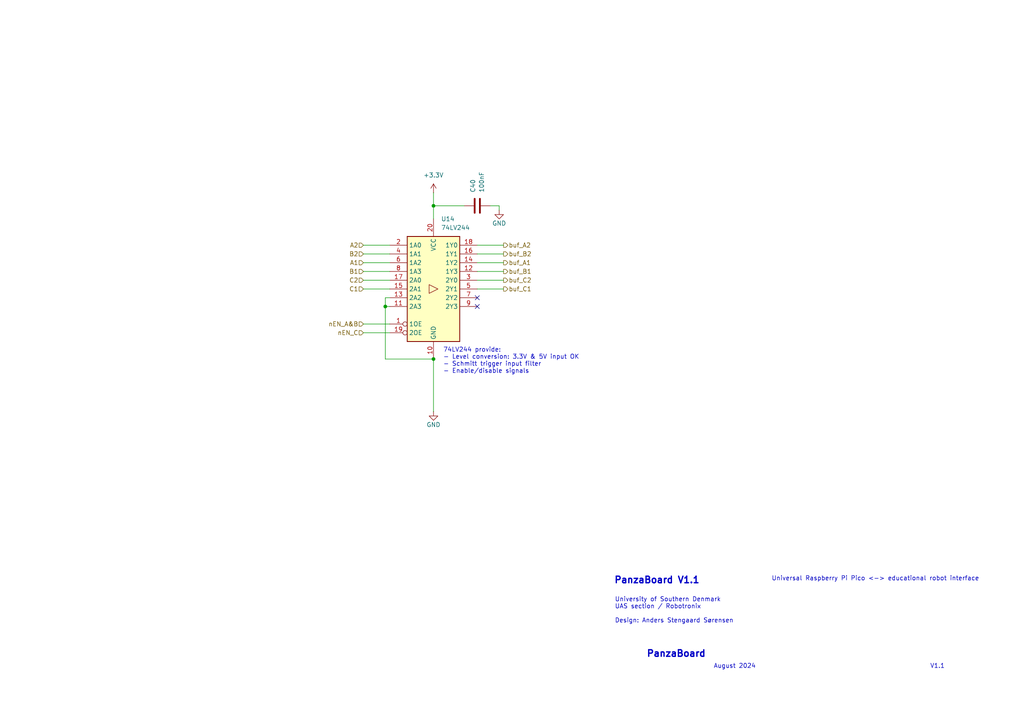
<source format=kicad_sch>
(kicad_sch (version 20231120) (generator "eeschema") (generator_version "8.0")
  (paper "A4")
  (lib_symbols
    (symbol "74xx:74HC244"
      (property "Reference" "U" (at -7.62 16.51 0))
      (property "Value" "74HC244" (at -7.62 -16.51 0))
      (symbol "74HC244_1_0"
        (polyline (pts (xy 1.27 0) (xy -1.27 1.27) (xy -1.27 -1.27) (xy 1.27 0)) (stroke (width 0.1524)))
        (pin input inverted (at -12.7 -10.16 0) (length 5.08) (name "1OE") (number "1"))
        (pin power_in line (at 0 -20.32 90) (length 5.08) (name "GND") (number "10"))
        (pin input line (at -12.7 -5.08 0) (length 5.08) (name "2A3") (number "11"))
        (pin tri_state line (at 12.7 5.08 180) (length 5.08) (name "1Y3") (number "12"))
        (pin input line (at -12.7 -2.54 0) (length 5.08) (name "2A2") (number "13"))
        (pin tri_state line (at 12.7 7.62 180) (length 5.08) (name "1Y2") (number "14"))
        (pin input line (at -12.7 0 0) (length 5.08) (name "2A1") (number "15"))
        (pin tri_state line (at 12.7 10.16 180) (length 5.08) (name "1Y1") (number "16"))
        (pin input line (at -12.7 2.54 0) (length 5.08) (name "2A0") (number "17"))
        (pin tri_state line (at 12.7 12.7 180) (length 5.08) (name "1Y0") (number "18"))
        (pin input inverted (at -12.7 -12.7 0) (length 5.08) (name "2OE") (number "19"))
        (pin input line (at -12.7 12.7 0) (length 5.08) (name "1A0") (number "2"))
        (pin power_in line (at 0 20.32 270) (length 5.08) (name "VCC") (number "20"))
        (pin tri_state line (at 12.7 2.54 180) (length 5.08) (name "2Y0") (number "3"))
        (pin input line (at -12.7 10.16 0) (length 5.08) (name "1A1") (number "4"))
        (pin tri_state line (at 12.7 0 180) (length 5.08) (name "2Y1") (number "5"))
        (pin input line (at -12.7 7.62 0) (length 5.08) (name "1A2") (number "6"))
        (pin tri_state line (at 12.7 -2.54 180) (length 5.08) (name "2Y2") (number "7"))
        (pin input line (at -12.7 5.08 0) (length 5.08) (name "1A3") (number "8"))
        (pin tri_state line (at 12.7 -5.08 180) (length 5.08) (name "2Y3") (number "9"))
      )
      (symbol "74HC244_1_1"
        (rectangle (start -7.62 15.24) (end 7.62 -15.24) (stroke (width 0.254)) (fill (type background)))
      )
    )
    (symbol "Device:C" (pin_numbers hide) (pin_names (offset 0.254))
      (property "Reference" "C" (at 0.635 2.54 0))
      (property "Value" "C" (at 0.635 -2.54 0))
      (symbol "C_0_1"
        (polyline (pts (xy -2.032 -0.762) (xy 2.032 -0.762)) (stroke (width 0.508)))
        (polyline (pts (xy -2.032 0.762) (xy 2.032 0.762)) (stroke (width 0.508)))
      )
      (symbol "C_1_1"
        (pin passive line (at 0 3.81 270) (length 2.794) (name "~") (number "1"))
        (pin passive line (at 0 -3.81 90) (length 2.794) (name "~") (number "2"))
      )
    )
    (symbol "power:+3.3V" (power) (pin_numbers hide) (pin_names (offset 0) hide)
      (property "Value" "+3.3V" (at 0 3.556 0))
      (symbol "+3.3V_0_1"
        (polyline (pts (xy -0.762 1.27) (xy 0 2.54)))
        (polyline (pts (xy 0 0) (xy 0 2.54)))
        (polyline (pts (xy 0 2.54) (xy 0.762 1.27)))
      )
      (symbol "+3.3V_1_1"
        (pin power_in line (at 0 0 90) (length 0) (name "~") (number "1"))
      )
    )
    (symbol "power:GND" (power) (pin_numbers hide) (pin_names (offset 0) hide)
      (property "Value" "GND" (at 0 -3.81 0))
      (symbol "GND_0_1"
        (polyline (pts (xy 0 0) (xy 0 -1.27) (xy 1.27 -1.27) (xy 0 -2.54) (xy -1.27 -1.27) (xy 0 -1.27)))
      )
      (symbol "GND_1_1"
        (pin power_in line (at 0 0 270) (length 0) (name "~") (number "1"))
      )
    )
  )
  (junction (at 111.76 88.9))
  (junction (at 125.73 104.14))
  (junction (at 125.73 59.69))
  (no_connect (at 138.43 86.36))
  (no_connect (at 138.43 88.9))
  (wire (pts (xy 105.41 83.82) (xy 113.03 83.82)))
  (wire (pts (xy 138.43 78.74) (xy 146.05 78.74)))
  (wire (pts (xy 113.03 86.36) (xy 111.76 86.36)))
  (wire (pts (xy 105.41 71.12) (xy 113.03 71.12)))
  (wire (pts (xy 111.76 86.36) (xy 111.76 88.9)))
  (wire (pts (xy 125.73 104.14) (xy 125.73 119.38)))
  (wire (pts (xy 105.41 96.52) (xy 113.03 96.52)))
  (wire (pts (xy 111.76 104.14) (xy 125.73 104.14)))
  (wire (pts (xy 105.41 81.28) (xy 113.03 81.28)))
  (wire (pts (xy 111.76 88.9) (xy 111.76 104.14)))
  (wire (pts (xy 113.03 88.9) (xy 111.76 88.9)))
  (wire (pts (xy 138.43 81.28) (xy 146.05 81.28)))
  (wire (pts (xy 138.43 71.12) (xy 146.05 71.12)))
  (wire (pts (xy 105.41 78.74) (xy 113.03 78.74)))
  (wire (pts (xy 125.73 59.69) (xy 134.62 59.69)))
  (wire (pts (xy 142.24 59.69) (xy 144.78 59.69)))
  (wire (pts (xy 105.41 73.66) (xy 113.03 73.66)))
  (wire (pts (xy 105.41 93.98) (xy 113.03 93.98)))
  (wire (pts (xy 125.73 59.69) (xy 125.73 63.5)))
  (wire (pts (xy 125.73 55.88) (xy 125.73 59.69)))
  (wire (pts (xy 138.43 76.2) (xy 146.05 76.2)))
  (wire (pts (xy 138.43 83.82) (xy 146.05 83.82)))
  (wire (pts (xy 138.43 73.66) (xy 146.05 73.66)))
  (wire (pts (xy 105.41 76.2) (xy 113.03 76.2)))
  (wire (pts (xy 144.78 59.69) (xy 144.78 60.96)))
  (text "University of Southern Denmark\nUAS section / Robotronix\n\nDesign: Anders Stengaard Sørensen" (at 178.308 177.038 0) (effects (font (size 1.27 1.27)) (justify left)))
  (text "PanzaBoard V1.1" (at 178.054 168.402 0) (effects (font (size 1.905 1.905) (thickness 0.381) (bold yes)) (justify left)))
  (text "Universal Raspberry Pi Pico <-> educational robot interface" (at 223.774 167.894 0) (effects (font (size 1.27 1.27)) (justify left)))
  (text "74LV244 provide:\n- Level conversion: 3.3V & 5V input OK\n- Schmitt trigger input filter\n- Enable/disable signals\n" (at 128.524 104.648 0) (effects (font (size 1.27 1.27)) (justify left)))
  (text "August 2024" (at 213.106 193.294 0) (effects (font (size 1.27 1.27))))
  (text "V1.1" (at 269.748 193.294 0) (effects (font (size 1.27 1.27)) (justify left)))
  (text "PanzaBoard" (at 187.452 189.738 0) (effects (font (size 1.905 1.905) (thickness 0.381) (bold yes)) (justify left)))
  (hierarchical_label "B1" (shape input) (at 105.41 78.74 180))
  (hierarchical_label "C1" (shape input) (at 105.41 83.82 180))
  (hierarchical_label "B2" (shape input) (at 105.41 73.66 180))
  (hierarchical_label "A1" (shape input) (at 105.41 76.2 180))
  (hierarchical_label "C2" (shape input) (at 105.41 81.28 180))
  (hierarchical_label "nEN_A&B" (shape input) (at 105.41 93.98 180))
  (hierarchical_label "buf_A1" (shape output) (at 146.05 76.2 0))
  (hierarchical_label "buf_B2" (shape output) (at 146.05 73.66 0))
  (hierarchical_label "A2" (shape input) (at 105.41 71.12 180))
  (hierarchical_label "buf_C1" (shape output) (at 146.05 83.82 0))
  (hierarchical_label "buf_C2" (shape output) (at 146.05 81.28 0))
  (hierarchical_label "buf_B1" (shape output) (at 146.05 78.74 0))
  (hierarchical_label "buf_A2" (shape output) (at 146.05 71.12 0))
  (hierarchical_label "nEN_C" (shape input) (at 105.41 96.52 180))
  (symbol (lib_id "power:GND") (at 125.73 119.38 0) (unit 1)
    (property "Reference" "#PWR092" (effects (hide yes)))
    (property "Value" "GND" (at 125.73 123.19 0))
    (property "Description" "Power symbol creates a global label with name \"GND\" , ground" (effects (hide yes)))
  )
  (symbol (lib_id "power:+3.3V") (at 125.73 55.88 0) (unit 1)
    (property "Reference" "#PWR091" (effects (hide yes)))
    (property "Value" "+3.3V" (at 125.73 50.8 0))
    (property "Description" "Power symbol creates a global label with name \"+3.3V\"" (effects (hide yes)))
  )
  (symbol (lib_id "power:GND") (at 144.78 60.96 0) (unit 1)
    (property "Reference" "#PWR093" (effects (hide yes)))
    (property "Value" "GND" (at 144.78 64.77 0))
    (property "Description" "Power symbol creates a global label with name \"GND\" , ground" (effects (hide yes)))
  )
  (symbol (lib_id "74xx:74HC244") (at 125.73 83.82 0) (unit 1)
    (property "Reference" "U14" (at 127.9241 63.5 0) (effects (justify left)))
    (property "Value" "74LV244" (at 127.9241 66.04 0) (effects (justify left)))
    (property "Footprint" "Package_SO:TSSOP-20_4.4x6.5mm_P0.65mm" (effects (hide yes)))
    (property "Datasheet" "https://assets.nexperia.com/documents/data-sheet/74HC_HCT244.pdf" (effects (hide yes)))
    (property "Description" "8-bit Buffer/Line Driver 3-state" (effects (hide yes)))
    (property "MFR" "74LV244APWJ " (effects (hide yes)))
    (property "MFR#" "Nexperia " (effects (hide yes)))
    (property "Vendor" "Mouser" (effects (hide yes)))
    (property "Vendor ID" "771-74LV244APWJ " (effects (hide yes)))
  )
  (symbol (lib_id "Device:C") (at 138.43 59.69 270) (unit 1)
    (property "Reference" "C40" (at 137.1599 55.88 0) (effects (justify right)))
    (property "Value" "100nF" (at 139.6999 55.88 0) (effects (justify right)))
    (property "Footprint" "Capacitor_SMD:C_0603_1608Metric" (effects (hide yes)))
    (property "Description" "Unpolarized capacitor 16V" (effects (hide yes)))
  )
)
</source>
